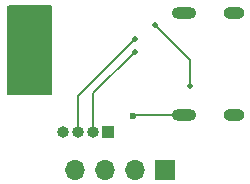
<source format=gbr>
%TF.GenerationSoftware,KiCad,Pcbnew,8.0.6*%
%TF.CreationDate,2024-11-25T04:34:58+09:00*%
%TF.ProjectId,pointify,706f696e-7469-4667-992e-6b696361645f,rev?*%
%TF.SameCoordinates,Original*%
%TF.FileFunction,Copper,L2,Bot*%
%TF.FilePolarity,Positive*%
%FSLAX46Y46*%
G04 Gerber Fmt 4.6, Leading zero omitted, Abs format (unit mm)*
G04 Created by KiCad (PCBNEW 8.0.6) date 2024-11-25 04:34:58*
%MOMM*%
%LPD*%
G01*
G04 APERTURE LIST*
%TA.AperFunction,ComponentPad*%
%ADD10R,1.700000X1.700000*%
%TD*%
%TA.AperFunction,ComponentPad*%
%ADD11O,1.700000X1.700000*%
%TD*%
%TA.AperFunction,ComponentPad*%
%ADD12O,2.100000X1.000000*%
%TD*%
%TA.AperFunction,ComponentPad*%
%ADD13O,1.800000X1.000000*%
%TD*%
%TA.AperFunction,ComponentPad*%
%ADD14R,1.000000X1.000000*%
%TD*%
%TA.AperFunction,ComponentPad*%
%ADD15O,1.000000X1.000000*%
%TD*%
%TA.AperFunction,ViaPad*%
%ADD16C,0.500000*%
%TD*%
%TA.AperFunction,ViaPad*%
%ADD17C,0.600000*%
%TD*%
%TA.AperFunction,Conductor*%
%ADD18C,0.200000*%
%TD*%
G04 APERTURE END LIST*
D10*
%TO.P,J2,1,Pin_1*%
%TO.N,OUT1*%
X134000000Y-87100000D03*
D11*
%TO.P,J2,2,Pin_2*%
%TO.N,OUT2*%
X131460000Y-87100000D03*
%TO.P,J2,3,Pin_3*%
%TO.N,OUT3*%
X128920000Y-87100000D03*
%TO.P,J2,4,Pin_4*%
%TO.N,GND*%
X126380000Y-87100000D03*
%TD*%
D12*
%TO.P,J3,S1,SHIELD*%
%TO.N,GND*%
X135585000Y-82520000D03*
D13*
X139765000Y-82520000D03*
D12*
X135585000Y-73880000D03*
D13*
X139765000Y-73880000D03*
%TD*%
D14*
%TO.P,J1,1,Pin_1*%
%TO.N,+3V3*%
X129170000Y-83900000D03*
D15*
%TO.P,J1,2,Pin_2*%
%TO.N,SWDIO*%
X127900000Y-83900000D03*
%TO.P,J1,3,Pin_3*%
%TO.N,SWCLK*%
X126630000Y-83900000D03*
%TO.P,J1,4,Pin_4*%
%TO.N,GND*%
X125360000Y-83900000D03*
%TD*%
D16*
%TO.N,+5V*%
X133150000Y-74850000D03*
X136100000Y-80050000D03*
D17*
%TO.N,GND*%
X131275735Y-82524265D03*
X120900000Y-73500000D03*
X120900000Y-80500000D03*
X124100000Y-80500000D03*
X124100000Y-73500000D03*
D16*
%TO.N,SWCLK*%
X131390000Y-76080000D03*
%TO.N,SWDIO*%
X131390000Y-77130000D03*
%TD*%
D18*
%TO.N,+5V*%
X133150000Y-74850000D02*
X136100000Y-77800000D01*
X136100000Y-77800000D02*
X136100000Y-80050000D01*
%TO.N,GND*%
X131280000Y-82520000D02*
X135585000Y-82520000D01*
X131275735Y-82524265D02*
X131280000Y-82520000D01*
%TO.N,SWCLK*%
X126630000Y-80840000D02*
X126630000Y-84000000D01*
X131390000Y-76080000D02*
X126630000Y-80840000D01*
%TO.N,SWDIO*%
X131390000Y-77130000D02*
X127900000Y-80620000D01*
X127900000Y-80620000D02*
X127900000Y-84000000D01*
%TD*%
%TA.AperFunction,Conductor*%
%TO.N,GND*%
G36*
X124343039Y-73219685D02*
G01*
X124388794Y-73272489D01*
X124400000Y-73324000D01*
X124400000Y-80676000D01*
X124380315Y-80743039D01*
X124327511Y-80788794D01*
X124276000Y-80800000D01*
X120724000Y-80800000D01*
X120656961Y-80780315D01*
X120611206Y-80727511D01*
X120600000Y-80676000D01*
X120600000Y-73324000D01*
X120619685Y-73256961D01*
X120672489Y-73211206D01*
X120724000Y-73200000D01*
X124276000Y-73200000D01*
X124343039Y-73219685D01*
G37*
%TD.AperFunction*%
%TD*%
M02*

</source>
